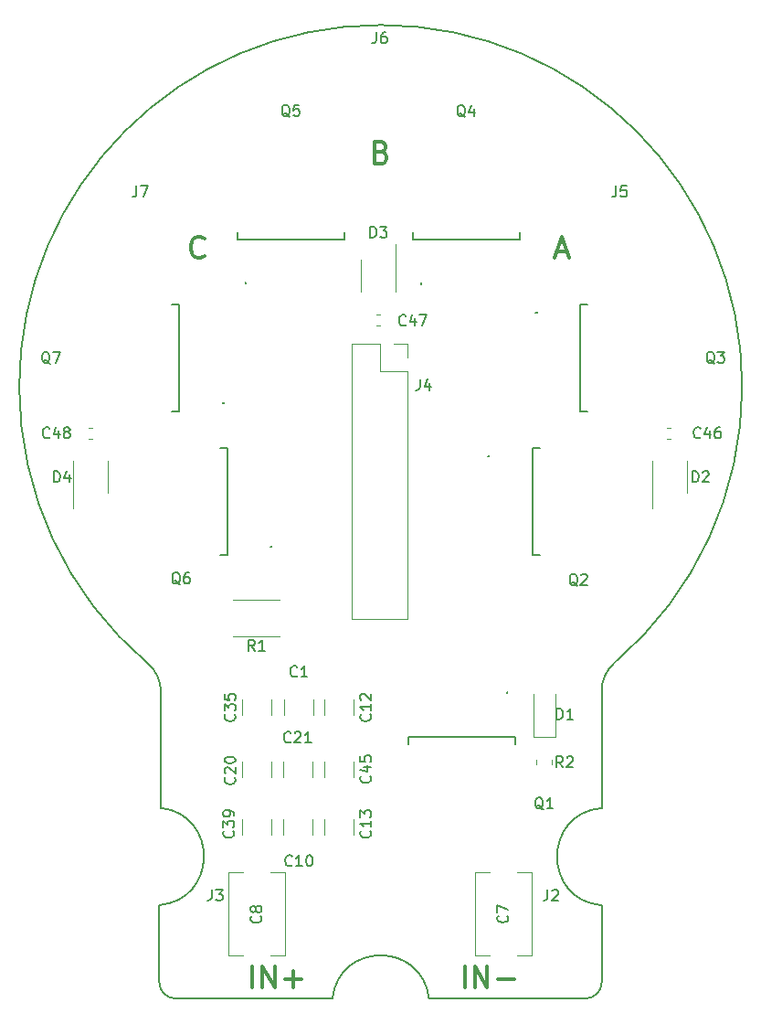
<source format=gbr>
%TF.GenerationSoftware,KiCad,Pcbnew,7.0.1*%
%TF.CreationDate,2023-12-14T23:22:24+03:00*%
%TF.ProjectId,_______ _____,21383b3e-3230-44f2-903f-3b3042302e6b,rev?*%
%TF.SameCoordinates,Original*%
%TF.FileFunction,Legend,Top*%
%TF.FilePolarity,Positive*%
%FSLAX46Y46*%
G04 Gerber Fmt 4.6, Leading zero omitted, Abs format (unit mm)*
G04 Created by KiCad (PCBNEW 7.0.1) date 2023-12-14 23:22:24*
%MOMM*%
%LPD*%
G01*
G04 APERTURE LIST*
%ADD10C,0.150000*%
%ADD11C,0.300000*%
%ADD12C,0.120000*%
%ADD13C,0.200000*%
%TA.AperFunction,Profile*%
%ADD14C,0.200000*%
%TD*%
G04 APERTURE END LIST*
D10*
%TO.C,C12*%
X144884380Y-95770857D02*
X144932000Y-95818476D01*
X144932000Y-95818476D02*
X144979619Y-95961333D01*
X144979619Y-95961333D02*
X144979619Y-96056571D01*
X144979619Y-96056571D02*
X144932000Y-96199428D01*
X144932000Y-96199428D02*
X144836761Y-96294666D01*
X144836761Y-96294666D02*
X144741523Y-96342285D01*
X144741523Y-96342285D02*
X144551047Y-96389904D01*
X144551047Y-96389904D02*
X144408190Y-96389904D01*
X144408190Y-96389904D02*
X144217714Y-96342285D01*
X144217714Y-96342285D02*
X144122476Y-96294666D01*
X144122476Y-96294666D02*
X144027238Y-96199428D01*
X144027238Y-96199428D02*
X143979619Y-96056571D01*
X143979619Y-96056571D02*
X143979619Y-95961333D01*
X143979619Y-95961333D02*
X144027238Y-95818476D01*
X144027238Y-95818476D02*
X144074857Y-95770857D01*
X144979619Y-94818476D02*
X144979619Y-95389904D01*
X144979619Y-95104190D02*
X143979619Y-95104190D01*
X143979619Y-95104190D02*
X144122476Y-95199428D01*
X144122476Y-95199428D02*
X144217714Y-95294666D01*
X144217714Y-95294666D02*
X144265333Y-95389904D01*
X144074857Y-94437523D02*
X144027238Y-94389904D01*
X144027238Y-94389904D02*
X143979619Y-94294666D01*
X143979619Y-94294666D02*
X143979619Y-94056571D01*
X143979619Y-94056571D02*
X144027238Y-93961333D01*
X144027238Y-93961333D02*
X144074857Y-93913714D01*
X144074857Y-93913714D02*
X144170095Y-93866095D01*
X144170095Y-93866095D02*
X144265333Y-93866095D01*
X144265333Y-93866095D02*
X144408190Y-93913714D01*
X144408190Y-93913714D02*
X144979619Y-94485142D01*
X144979619Y-94485142D02*
X144979619Y-93866095D01*
%TO.C,J7*%
X123228666Y-46838619D02*
X123228666Y-47552904D01*
X123228666Y-47552904D02*
X123181047Y-47695761D01*
X123181047Y-47695761D02*
X123085809Y-47791000D01*
X123085809Y-47791000D02*
X122942952Y-47838619D01*
X122942952Y-47838619D02*
X122847714Y-47838619D01*
X123609619Y-46838619D02*
X124276285Y-46838619D01*
X124276285Y-46838619D02*
X123847714Y-47838619D01*
D11*
X129515047Y-53317761D02*
X129419809Y-53413000D01*
X129419809Y-53413000D02*
X129134095Y-53508238D01*
X129134095Y-53508238D02*
X128943619Y-53508238D01*
X128943619Y-53508238D02*
X128657904Y-53413000D01*
X128657904Y-53413000D02*
X128467428Y-53222523D01*
X128467428Y-53222523D02*
X128372190Y-53032047D01*
X128372190Y-53032047D02*
X128276952Y-52651095D01*
X128276952Y-52651095D02*
X128276952Y-52365380D01*
X128276952Y-52365380D02*
X128372190Y-51984428D01*
X128372190Y-51984428D02*
X128467428Y-51793952D01*
X128467428Y-51793952D02*
X128657904Y-51603476D01*
X128657904Y-51603476D02*
X128943619Y-51508238D01*
X128943619Y-51508238D02*
X129134095Y-51508238D01*
X129134095Y-51508238D02*
X129419809Y-51603476D01*
X129419809Y-51603476D02*
X129515047Y-51698714D01*
D10*
%TO.C,J5*%
X167678666Y-46838619D02*
X167678666Y-47552904D01*
X167678666Y-47552904D02*
X167631047Y-47695761D01*
X167631047Y-47695761D02*
X167535809Y-47791000D01*
X167535809Y-47791000D02*
X167392952Y-47838619D01*
X167392952Y-47838619D02*
X167297714Y-47838619D01*
X168631047Y-46838619D02*
X168154857Y-46838619D01*
X168154857Y-46838619D02*
X168107238Y-47314809D01*
X168107238Y-47314809D02*
X168154857Y-47267190D01*
X168154857Y-47267190D02*
X168250095Y-47219571D01*
X168250095Y-47219571D02*
X168488190Y-47219571D01*
X168488190Y-47219571D02*
X168583428Y-47267190D01*
X168583428Y-47267190D02*
X168631047Y-47314809D01*
X168631047Y-47314809D02*
X168678666Y-47410047D01*
X168678666Y-47410047D02*
X168678666Y-47648142D01*
X168678666Y-47648142D02*
X168631047Y-47743380D01*
X168631047Y-47743380D02*
X168583428Y-47791000D01*
X168583428Y-47791000D02*
X168488190Y-47838619D01*
X168488190Y-47838619D02*
X168250095Y-47838619D01*
X168250095Y-47838619D02*
X168154857Y-47791000D01*
X168154857Y-47791000D02*
X168107238Y-47743380D01*
D11*
X162201809Y-52936809D02*
X163154190Y-52936809D01*
X162011333Y-53508238D02*
X162677999Y-51508238D01*
X162677999Y-51508238D02*
X163344666Y-53508238D01*
D10*
%TO.C,C13*%
X144884380Y-106565857D02*
X144932000Y-106613476D01*
X144932000Y-106613476D02*
X144979619Y-106756333D01*
X144979619Y-106756333D02*
X144979619Y-106851571D01*
X144979619Y-106851571D02*
X144932000Y-106994428D01*
X144932000Y-106994428D02*
X144836761Y-107089666D01*
X144836761Y-107089666D02*
X144741523Y-107137285D01*
X144741523Y-107137285D02*
X144551047Y-107184904D01*
X144551047Y-107184904D02*
X144408190Y-107184904D01*
X144408190Y-107184904D02*
X144217714Y-107137285D01*
X144217714Y-107137285D02*
X144122476Y-107089666D01*
X144122476Y-107089666D02*
X144027238Y-106994428D01*
X144027238Y-106994428D02*
X143979619Y-106851571D01*
X143979619Y-106851571D02*
X143979619Y-106756333D01*
X143979619Y-106756333D02*
X144027238Y-106613476D01*
X144027238Y-106613476D02*
X144074857Y-106565857D01*
X144979619Y-105613476D02*
X144979619Y-106184904D01*
X144979619Y-105899190D02*
X143979619Y-105899190D01*
X143979619Y-105899190D02*
X144122476Y-105994428D01*
X144122476Y-105994428D02*
X144217714Y-106089666D01*
X144217714Y-106089666D02*
X144265333Y-106184904D01*
X143979619Y-105280142D02*
X143979619Y-104661095D01*
X143979619Y-104661095D02*
X144360571Y-104994428D01*
X144360571Y-104994428D02*
X144360571Y-104851571D01*
X144360571Y-104851571D02*
X144408190Y-104756333D01*
X144408190Y-104756333D02*
X144455809Y-104708714D01*
X144455809Y-104708714D02*
X144551047Y-104661095D01*
X144551047Y-104661095D02*
X144789142Y-104661095D01*
X144789142Y-104661095D02*
X144884380Y-104708714D01*
X144884380Y-104708714D02*
X144932000Y-104756333D01*
X144932000Y-104756333D02*
X144979619Y-104851571D01*
X144979619Y-104851571D02*
X144979619Y-105137285D01*
X144979619Y-105137285D02*
X144932000Y-105232523D01*
X144932000Y-105232523D02*
X144884380Y-105280142D01*
%TO.C,Q7*%
X115211761Y-63300857D02*
X115116523Y-63253238D01*
X115116523Y-63253238D02*
X115021285Y-63158000D01*
X115021285Y-63158000D02*
X114878428Y-63015142D01*
X114878428Y-63015142D02*
X114783190Y-62967523D01*
X114783190Y-62967523D02*
X114687952Y-62967523D01*
X114735571Y-63205619D02*
X114640333Y-63158000D01*
X114640333Y-63158000D02*
X114545095Y-63062761D01*
X114545095Y-63062761D02*
X114497476Y-62872285D01*
X114497476Y-62872285D02*
X114497476Y-62538952D01*
X114497476Y-62538952D02*
X114545095Y-62348476D01*
X114545095Y-62348476D02*
X114640333Y-62253238D01*
X114640333Y-62253238D02*
X114735571Y-62205619D01*
X114735571Y-62205619D02*
X114926047Y-62205619D01*
X114926047Y-62205619D02*
X115021285Y-62253238D01*
X115021285Y-62253238D02*
X115116523Y-62348476D01*
X115116523Y-62348476D02*
X115164142Y-62538952D01*
X115164142Y-62538952D02*
X115164142Y-62872285D01*
X115164142Y-62872285D02*
X115116523Y-63062761D01*
X115116523Y-63062761D02*
X115021285Y-63158000D01*
X115021285Y-63158000D02*
X114926047Y-63205619D01*
X114926047Y-63205619D02*
X114735571Y-63205619D01*
X115497476Y-62205619D02*
X116164142Y-62205619D01*
X116164142Y-62205619D02*
X115735571Y-63205619D01*
%TO.C,C47*%
X148192142Y-59681380D02*
X148144523Y-59729000D01*
X148144523Y-59729000D02*
X148001666Y-59776619D01*
X148001666Y-59776619D02*
X147906428Y-59776619D01*
X147906428Y-59776619D02*
X147763571Y-59729000D01*
X147763571Y-59729000D02*
X147668333Y-59633761D01*
X147668333Y-59633761D02*
X147620714Y-59538523D01*
X147620714Y-59538523D02*
X147573095Y-59348047D01*
X147573095Y-59348047D02*
X147573095Y-59205190D01*
X147573095Y-59205190D02*
X147620714Y-59014714D01*
X147620714Y-59014714D02*
X147668333Y-58919476D01*
X147668333Y-58919476D02*
X147763571Y-58824238D01*
X147763571Y-58824238D02*
X147906428Y-58776619D01*
X147906428Y-58776619D02*
X148001666Y-58776619D01*
X148001666Y-58776619D02*
X148144523Y-58824238D01*
X148144523Y-58824238D02*
X148192142Y-58871857D01*
X149049285Y-59109952D02*
X149049285Y-59776619D01*
X148811190Y-58729000D02*
X148573095Y-59443285D01*
X148573095Y-59443285D02*
X149192142Y-59443285D01*
X149477857Y-58776619D02*
X150144523Y-58776619D01*
X150144523Y-58776619D02*
X149715952Y-59776619D01*
%TO.C,C10*%
X137651142Y-109719380D02*
X137603523Y-109767000D01*
X137603523Y-109767000D02*
X137460666Y-109814619D01*
X137460666Y-109814619D02*
X137365428Y-109814619D01*
X137365428Y-109814619D02*
X137222571Y-109767000D01*
X137222571Y-109767000D02*
X137127333Y-109671761D01*
X137127333Y-109671761D02*
X137079714Y-109576523D01*
X137079714Y-109576523D02*
X137032095Y-109386047D01*
X137032095Y-109386047D02*
X137032095Y-109243190D01*
X137032095Y-109243190D02*
X137079714Y-109052714D01*
X137079714Y-109052714D02*
X137127333Y-108957476D01*
X137127333Y-108957476D02*
X137222571Y-108862238D01*
X137222571Y-108862238D02*
X137365428Y-108814619D01*
X137365428Y-108814619D02*
X137460666Y-108814619D01*
X137460666Y-108814619D02*
X137603523Y-108862238D01*
X137603523Y-108862238D02*
X137651142Y-108909857D01*
X138603523Y-109814619D02*
X138032095Y-109814619D01*
X138317809Y-109814619D02*
X138317809Y-108814619D01*
X138317809Y-108814619D02*
X138222571Y-108957476D01*
X138222571Y-108957476D02*
X138127333Y-109052714D01*
X138127333Y-109052714D02*
X138032095Y-109100333D01*
X139222571Y-108814619D02*
X139317809Y-108814619D01*
X139317809Y-108814619D02*
X139413047Y-108862238D01*
X139413047Y-108862238D02*
X139460666Y-108909857D01*
X139460666Y-108909857D02*
X139508285Y-109005095D01*
X139508285Y-109005095D02*
X139555904Y-109195571D01*
X139555904Y-109195571D02*
X139555904Y-109433666D01*
X139555904Y-109433666D02*
X139508285Y-109624142D01*
X139508285Y-109624142D02*
X139460666Y-109719380D01*
X139460666Y-109719380D02*
X139413047Y-109767000D01*
X139413047Y-109767000D02*
X139317809Y-109814619D01*
X139317809Y-109814619D02*
X139222571Y-109814619D01*
X139222571Y-109814619D02*
X139127333Y-109767000D01*
X139127333Y-109767000D02*
X139079714Y-109719380D01*
X139079714Y-109719380D02*
X139032095Y-109624142D01*
X139032095Y-109624142D02*
X138984476Y-109433666D01*
X138984476Y-109433666D02*
X138984476Y-109195571D01*
X138984476Y-109195571D02*
X139032095Y-109005095D01*
X139032095Y-109005095D02*
X139079714Y-108909857D01*
X139079714Y-108909857D02*
X139127333Y-108862238D01*
X139127333Y-108862238D02*
X139222571Y-108814619D01*
%TO.C,J3*%
X130213666Y-112005619D02*
X130213666Y-112719904D01*
X130213666Y-112719904D02*
X130166047Y-112862761D01*
X130166047Y-112862761D02*
X130070809Y-112958000D01*
X130070809Y-112958000D02*
X129927952Y-113005619D01*
X129927952Y-113005619D02*
X129832714Y-113005619D01*
X130594619Y-112005619D02*
X131213666Y-112005619D01*
X131213666Y-112005619D02*
X130880333Y-112386571D01*
X130880333Y-112386571D02*
X131023190Y-112386571D01*
X131023190Y-112386571D02*
X131118428Y-112434190D01*
X131118428Y-112434190D02*
X131166047Y-112481809D01*
X131166047Y-112481809D02*
X131213666Y-112577047D01*
X131213666Y-112577047D02*
X131213666Y-112815142D01*
X131213666Y-112815142D02*
X131166047Y-112910380D01*
X131166047Y-112910380D02*
X131118428Y-112958000D01*
X131118428Y-112958000D02*
X131023190Y-113005619D01*
X131023190Y-113005619D02*
X130737476Y-113005619D01*
X130737476Y-113005619D02*
X130642238Y-112958000D01*
X130642238Y-112958000D02*
X130594619Y-112910380D01*
D11*
X133976286Y-121088238D02*
X133976286Y-119088238D01*
X134928667Y-121088238D02*
X134928667Y-119088238D01*
X134928667Y-119088238D02*
X136071524Y-121088238D01*
X136071524Y-121088238D02*
X136071524Y-119088238D01*
X137023905Y-120326333D02*
X138547715Y-120326333D01*
X137785810Y-121088238D02*
X137785810Y-119564428D01*
D10*
%TO.C,Q1*%
X160931761Y-104575857D02*
X160836523Y-104528238D01*
X160836523Y-104528238D02*
X160741285Y-104433000D01*
X160741285Y-104433000D02*
X160598428Y-104290142D01*
X160598428Y-104290142D02*
X160503190Y-104242523D01*
X160503190Y-104242523D02*
X160407952Y-104242523D01*
X160455571Y-104480619D02*
X160360333Y-104433000D01*
X160360333Y-104433000D02*
X160265095Y-104337761D01*
X160265095Y-104337761D02*
X160217476Y-104147285D01*
X160217476Y-104147285D02*
X160217476Y-103813952D01*
X160217476Y-103813952D02*
X160265095Y-103623476D01*
X160265095Y-103623476D02*
X160360333Y-103528238D01*
X160360333Y-103528238D02*
X160455571Y-103480619D01*
X160455571Y-103480619D02*
X160646047Y-103480619D01*
X160646047Y-103480619D02*
X160741285Y-103528238D01*
X160741285Y-103528238D02*
X160836523Y-103623476D01*
X160836523Y-103623476D02*
X160884142Y-103813952D01*
X160884142Y-103813952D02*
X160884142Y-104147285D01*
X160884142Y-104147285D02*
X160836523Y-104337761D01*
X160836523Y-104337761D02*
X160741285Y-104433000D01*
X160741285Y-104433000D02*
X160646047Y-104480619D01*
X160646047Y-104480619D02*
X160455571Y-104480619D01*
X161836523Y-104480619D02*
X161265095Y-104480619D01*
X161550809Y-104480619D02*
X161550809Y-103480619D01*
X161550809Y-103480619D02*
X161455571Y-103623476D01*
X161455571Y-103623476D02*
X161360333Y-103718714D01*
X161360333Y-103718714D02*
X161265095Y-103766333D01*
%TO.C,D2*%
X174766905Y-74254619D02*
X174766905Y-73254619D01*
X174766905Y-73254619D02*
X175005000Y-73254619D01*
X175005000Y-73254619D02*
X175147857Y-73302238D01*
X175147857Y-73302238D02*
X175243095Y-73397476D01*
X175243095Y-73397476D02*
X175290714Y-73492714D01*
X175290714Y-73492714D02*
X175338333Y-73683190D01*
X175338333Y-73683190D02*
X175338333Y-73826047D01*
X175338333Y-73826047D02*
X175290714Y-74016523D01*
X175290714Y-74016523D02*
X175243095Y-74111761D01*
X175243095Y-74111761D02*
X175147857Y-74207000D01*
X175147857Y-74207000D02*
X175005000Y-74254619D01*
X175005000Y-74254619D02*
X174766905Y-74254619D01*
X175719286Y-73349857D02*
X175766905Y-73302238D01*
X175766905Y-73302238D02*
X175862143Y-73254619D01*
X175862143Y-73254619D02*
X176100238Y-73254619D01*
X176100238Y-73254619D02*
X176195476Y-73302238D01*
X176195476Y-73302238D02*
X176243095Y-73349857D01*
X176243095Y-73349857D02*
X176290714Y-73445095D01*
X176290714Y-73445095D02*
X176290714Y-73540333D01*
X176290714Y-73540333D02*
X176243095Y-73683190D01*
X176243095Y-73683190D02*
X175671667Y-74254619D01*
X175671667Y-74254619D02*
X176290714Y-74254619D01*
%TO.C,C35*%
X132311380Y-95770857D02*
X132359000Y-95818476D01*
X132359000Y-95818476D02*
X132406619Y-95961333D01*
X132406619Y-95961333D02*
X132406619Y-96056571D01*
X132406619Y-96056571D02*
X132359000Y-96199428D01*
X132359000Y-96199428D02*
X132263761Y-96294666D01*
X132263761Y-96294666D02*
X132168523Y-96342285D01*
X132168523Y-96342285D02*
X131978047Y-96389904D01*
X131978047Y-96389904D02*
X131835190Y-96389904D01*
X131835190Y-96389904D02*
X131644714Y-96342285D01*
X131644714Y-96342285D02*
X131549476Y-96294666D01*
X131549476Y-96294666D02*
X131454238Y-96199428D01*
X131454238Y-96199428D02*
X131406619Y-96056571D01*
X131406619Y-96056571D02*
X131406619Y-95961333D01*
X131406619Y-95961333D02*
X131454238Y-95818476D01*
X131454238Y-95818476D02*
X131501857Y-95770857D01*
X131406619Y-95437523D02*
X131406619Y-94818476D01*
X131406619Y-94818476D02*
X131787571Y-95151809D01*
X131787571Y-95151809D02*
X131787571Y-95008952D01*
X131787571Y-95008952D02*
X131835190Y-94913714D01*
X131835190Y-94913714D02*
X131882809Y-94866095D01*
X131882809Y-94866095D02*
X131978047Y-94818476D01*
X131978047Y-94818476D02*
X132216142Y-94818476D01*
X132216142Y-94818476D02*
X132311380Y-94866095D01*
X132311380Y-94866095D02*
X132359000Y-94913714D01*
X132359000Y-94913714D02*
X132406619Y-95008952D01*
X132406619Y-95008952D02*
X132406619Y-95294666D01*
X132406619Y-95294666D02*
X132359000Y-95389904D01*
X132359000Y-95389904D02*
X132311380Y-95437523D01*
X131406619Y-93913714D02*
X131406619Y-94389904D01*
X131406619Y-94389904D02*
X131882809Y-94437523D01*
X131882809Y-94437523D02*
X131835190Y-94389904D01*
X131835190Y-94389904D02*
X131787571Y-94294666D01*
X131787571Y-94294666D02*
X131787571Y-94056571D01*
X131787571Y-94056571D02*
X131835190Y-93961333D01*
X131835190Y-93961333D02*
X131882809Y-93913714D01*
X131882809Y-93913714D02*
X131978047Y-93866095D01*
X131978047Y-93866095D02*
X132216142Y-93866095D01*
X132216142Y-93866095D02*
X132311380Y-93913714D01*
X132311380Y-93913714D02*
X132359000Y-93961333D01*
X132359000Y-93961333D02*
X132406619Y-94056571D01*
X132406619Y-94056571D02*
X132406619Y-94294666D01*
X132406619Y-94294666D02*
X132359000Y-94389904D01*
X132359000Y-94389904D02*
X132311380Y-94437523D01*
%TO.C,J4*%
X149517666Y-64745619D02*
X149517666Y-65459904D01*
X149517666Y-65459904D02*
X149470047Y-65602761D01*
X149470047Y-65602761D02*
X149374809Y-65698000D01*
X149374809Y-65698000D02*
X149231952Y-65745619D01*
X149231952Y-65745619D02*
X149136714Y-65745619D01*
X150422428Y-65078952D02*
X150422428Y-65745619D01*
X150184333Y-64698000D02*
X149946238Y-65412285D01*
X149946238Y-65412285D02*
X150565285Y-65412285D01*
%TO.C,J6*%
X145453666Y-32614619D02*
X145453666Y-33328904D01*
X145453666Y-33328904D02*
X145406047Y-33471761D01*
X145406047Y-33471761D02*
X145310809Y-33567000D01*
X145310809Y-33567000D02*
X145167952Y-33614619D01*
X145167952Y-33614619D02*
X145072714Y-33614619D01*
X146358428Y-32614619D02*
X146167952Y-32614619D01*
X146167952Y-32614619D02*
X146072714Y-32662238D01*
X146072714Y-32662238D02*
X146025095Y-32709857D01*
X146025095Y-32709857D02*
X145929857Y-32852714D01*
X145929857Y-32852714D02*
X145882238Y-33043190D01*
X145882238Y-33043190D02*
X145882238Y-33424142D01*
X145882238Y-33424142D02*
X145929857Y-33519380D01*
X145929857Y-33519380D02*
X145977476Y-33567000D01*
X145977476Y-33567000D02*
X146072714Y-33614619D01*
X146072714Y-33614619D02*
X146263190Y-33614619D01*
X146263190Y-33614619D02*
X146358428Y-33567000D01*
X146358428Y-33567000D02*
X146406047Y-33519380D01*
X146406047Y-33519380D02*
X146453666Y-33424142D01*
X146453666Y-33424142D02*
X146453666Y-33186047D01*
X146453666Y-33186047D02*
X146406047Y-33090809D01*
X146406047Y-33090809D02*
X146358428Y-33043190D01*
X146358428Y-33043190D02*
X146263190Y-32995571D01*
X146263190Y-32995571D02*
X146072714Y-32995571D01*
X146072714Y-32995571D02*
X145977476Y-33043190D01*
X145977476Y-33043190D02*
X145929857Y-33090809D01*
X145929857Y-33090809D02*
X145882238Y-33186047D01*
D11*
X145929857Y-43697619D02*
X146215571Y-43792857D01*
X146215571Y-43792857D02*
X146310809Y-43888095D01*
X146310809Y-43888095D02*
X146406047Y-44078571D01*
X146406047Y-44078571D02*
X146406047Y-44364285D01*
X146406047Y-44364285D02*
X146310809Y-44554761D01*
X146310809Y-44554761D02*
X146215571Y-44650000D01*
X146215571Y-44650000D02*
X146025095Y-44745238D01*
X146025095Y-44745238D02*
X145263190Y-44745238D01*
X145263190Y-44745238D02*
X145263190Y-42745238D01*
X145263190Y-42745238D02*
X145929857Y-42745238D01*
X145929857Y-42745238D02*
X146120333Y-42840476D01*
X146120333Y-42840476D02*
X146215571Y-42935714D01*
X146215571Y-42935714D02*
X146310809Y-43126190D01*
X146310809Y-43126190D02*
X146310809Y-43316666D01*
X146310809Y-43316666D02*
X146215571Y-43507142D01*
X146215571Y-43507142D02*
X146120333Y-43602380D01*
X146120333Y-43602380D02*
X145929857Y-43697619D01*
X145929857Y-43697619D02*
X145263190Y-43697619D01*
D10*
%TO.C,Q6*%
X127276761Y-83747857D02*
X127181523Y-83700238D01*
X127181523Y-83700238D02*
X127086285Y-83605000D01*
X127086285Y-83605000D02*
X126943428Y-83462142D01*
X126943428Y-83462142D02*
X126848190Y-83414523D01*
X126848190Y-83414523D02*
X126752952Y-83414523D01*
X126800571Y-83652619D02*
X126705333Y-83605000D01*
X126705333Y-83605000D02*
X126610095Y-83509761D01*
X126610095Y-83509761D02*
X126562476Y-83319285D01*
X126562476Y-83319285D02*
X126562476Y-82985952D01*
X126562476Y-82985952D02*
X126610095Y-82795476D01*
X126610095Y-82795476D02*
X126705333Y-82700238D01*
X126705333Y-82700238D02*
X126800571Y-82652619D01*
X126800571Y-82652619D02*
X126991047Y-82652619D01*
X126991047Y-82652619D02*
X127086285Y-82700238D01*
X127086285Y-82700238D02*
X127181523Y-82795476D01*
X127181523Y-82795476D02*
X127229142Y-82985952D01*
X127229142Y-82985952D02*
X127229142Y-83319285D01*
X127229142Y-83319285D02*
X127181523Y-83509761D01*
X127181523Y-83509761D02*
X127086285Y-83605000D01*
X127086285Y-83605000D02*
X126991047Y-83652619D01*
X126991047Y-83652619D02*
X126800571Y-83652619D01*
X128086285Y-82652619D02*
X127895809Y-82652619D01*
X127895809Y-82652619D02*
X127800571Y-82700238D01*
X127800571Y-82700238D02*
X127752952Y-82747857D01*
X127752952Y-82747857D02*
X127657714Y-82890714D01*
X127657714Y-82890714D02*
X127610095Y-83081190D01*
X127610095Y-83081190D02*
X127610095Y-83462142D01*
X127610095Y-83462142D02*
X127657714Y-83557380D01*
X127657714Y-83557380D02*
X127705333Y-83605000D01*
X127705333Y-83605000D02*
X127800571Y-83652619D01*
X127800571Y-83652619D02*
X127991047Y-83652619D01*
X127991047Y-83652619D02*
X128086285Y-83605000D01*
X128086285Y-83605000D02*
X128133904Y-83557380D01*
X128133904Y-83557380D02*
X128181523Y-83462142D01*
X128181523Y-83462142D02*
X128181523Y-83224047D01*
X128181523Y-83224047D02*
X128133904Y-83128809D01*
X128133904Y-83128809D02*
X128086285Y-83081190D01*
X128086285Y-83081190D02*
X127991047Y-83033571D01*
X127991047Y-83033571D02*
X127800571Y-83033571D01*
X127800571Y-83033571D02*
X127705333Y-83081190D01*
X127705333Y-83081190D02*
X127657714Y-83128809D01*
X127657714Y-83128809D02*
X127610095Y-83224047D01*
%TO.C,C7*%
X157593380Y-114414666D02*
X157641000Y-114462285D01*
X157641000Y-114462285D02*
X157688619Y-114605142D01*
X157688619Y-114605142D02*
X157688619Y-114700380D01*
X157688619Y-114700380D02*
X157641000Y-114843237D01*
X157641000Y-114843237D02*
X157545761Y-114938475D01*
X157545761Y-114938475D02*
X157450523Y-114986094D01*
X157450523Y-114986094D02*
X157260047Y-115033713D01*
X157260047Y-115033713D02*
X157117190Y-115033713D01*
X157117190Y-115033713D02*
X156926714Y-114986094D01*
X156926714Y-114986094D02*
X156831476Y-114938475D01*
X156831476Y-114938475D02*
X156736238Y-114843237D01*
X156736238Y-114843237D02*
X156688619Y-114700380D01*
X156688619Y-114700380D02*
X156688619Y-114605142D01*
X156688619Y-114605142D02*
X156736238Y-114462285D01*
X156736238Y-114462285D02*
X156783857Y-114414666D01*
X156688619Y-114081332D02*
X156688619Y-113414666D01*
X156688619Y-113414666D02*
X157688619Y-113843237D01*
%TO.C,D3*%
X144921905Y-51602119D02*
X144921905Y-50602119D01*
X144921905Y-50602119D02*
X145160000Y-50602119D01*
X145160000Y-50602119D02*
X145302857Y-50649738D01*
X145302857Y-50649738D02*
X145398095Y-50744976D01*
X145398095Y-50744976D02*
X145445714Y-50840214D01*
X145445714Y-50840214D02*
X145493333Y-51030690D01*
X145493333Y-51030690D02*
X145493333Y-51173547D01*
X145493333Y-51173547D02*
X145445714Y-51364023D01*
X145445714Y-51364023D02*
X145398095Y-51459261D01*
X145398095Y-51459261D02*
X145302857Y-51554500D01*
X145302857Y-51554500D02*
X145160000Y-51602119D01*
X145160000Y-51602119D02*
X144921905Y-51602119D01*
X145826667Y-50602119D02*
X146445714Y-50602119D01*
X146445714Y-50602119D02*
X146112381Y-50983071D01*
X146112381Y-50983071D02*
X146255238Y-50983071D01*
X146255238Y-50983071D02*
X146350476Y-51030690D01*
X146350476Y-51030690D02*
X146398095Y-51078309D01*
X146398095Y-51078309D02*
X146445714Y-51173547D01*
X146445714Y-51173547D02*
X146445714Y-51411642D01*
X146445714Y-51411642D02*
X146398095Y-51506880D01*
X146398095Y-51506880D02*
X146350476Y-51554500D01*
X146350476Y-51554500D02*
X146255238Y-51602119D01*
X146255238Y-51602119D02*
X145969524Y-51602119D01*
X145969524Y-51602119D02*
X145874286Y-51554500D01*
X145874286Y-51554500D02*
X145826667Y-51506880D01*
%TO.C,C21*%
X137524142Y-98289380D02*
X137476523Y-98337000D01*
X137476523Y-98337000D02*
X137333666Y-98384619D01*
X137333666Y-98384619D02*
X137238428Y-98384619D01*
X137238428Y-98384619D02*
X137095571Y-98337000D01*
X137095571Y-98337000D02*
X137000333Y-98241761D01*
X137000333Y-98241761D02*
X136952714Y-98146523D01*
X136952714Y-98146523D02*
X136905095Y-97956047D01*
X136905095Y-97956047D02*
X136905095Y-97813190D01*
X136905095Y-97813190D02*
X136952714Y-97622714D01*
X136952714Y-97622714D02*
X137000333Y-97527476D01*
X137000333Y-97527476D02*
X137095571Y-97432238D01*
X137095571Y-97432238D02*
X137238428Y-97384619D01*
X137238428Y-97384619D02*
X137333666Y-97384619D01*
X137333666Y-97384619D02*
X137476523Y-97432238D01*
X137476523Y-97432238D02*
X137524142Y-97479857D01*
X137905095Y-97479857D02*
X137952714Y-97432238D01*
X137952714Y-97432238D02*
X138047952Y-97384619D01*
X138047952Y-97384619D02*
X138286047Y-97384619D01*
X138286047Y-97384619D02*
X138381285Y-97432238D01*
X138381285Y-97432238D02*
X138428904Y-97479857D01*
X138428904Y-97479857D02*
X138476523Y-97575095D01*
X138476523Y-97575095D02*
X138476523Y-97670333D01*
X138476523Y-97670333D02*
X138428904Y-97813190D01*
X138428904Y-97813190D02*
X137857476Y-98384619D01*
X137857476Y-98384619D02*
X138476523Y-98384619D01*
X139428904Y-98384619D02*
X138857476Y-98384619D01*
X139143190Y-98384619D02*
X139143190Y-97384619D01*
X139143190Y-97384619D02*
X139047952Y-97527476D01*
X139047952Y-97527476D02*
X138952714Y-97622714D01*
X138952714Y-97622714D02*
X138857476Y-97670333D01*
%TO.C,C48*%
X115172142Y-70095380D02*
X115124523Y-70143000D01*
X115124523Y-70143000D02*
X114981666Y-70190619D01*
X114981666Y-70190619D02*
X114886428Y-70190619D01*
X114886428Y-70190619D02*
X114743571Y-70143000D01*
X114743571Y-70143000D02*
X114648333Y-70047761D01*
X114648333Y-70047761D02*
X114600714Y-69952523D01*
X114600714Y-69952523D02*
X114553095Y-69762047D01*
X114553095Y-69762047D02*
X114553095Y-69619190D01*
X114553095Y-69619190D02*
X114600714Y-69428714D01*
X114600714Y-69428714D02*
X114648333Y-69333476D01*
X114648333Y-69333476D02*
X114743571Y-69238238D01*
X114743571Y-69238238D02*
X114886428Y-69190619D01*
X114886428Y-69190619D02*
X114981666Y-69190619D01*
X114981666Y-69190619D02*
X115124523Y-69238238D01*
X115124523Y-69238238D02*
X115172142Y-69285857D01*
X116029285Y-69523952D02*
X116029285Y-70190619D01*
X115791190Y-69143000D02*
X115553095Y-69857285D01*
X115553095Y-69857285D02*
X116172142Y-69857285D01*
X116695952Y-69619190D02*
X116600714Y-69571571D01*
X116600714Y-69571571D02*
X116553095Y-69523952D01*
X116553095Y-69523952D02*
X116505476Y-69428714D01*
X116505476Y-69428714D02*
X116505476Y-69381095D01*
X116505476Y-69381095D02*
X116553095Y-69285857D01*
X116553095Y-69285857D02*
X116600714Y-69238238D01*
X116600714Y-69238238D02*
X116695952Y-69190619D01*
X116695952Y-69190619D02*
X116886428Y-69190619D01*
X116886428Y-69190619D02*
X116981666Y-69238238D01*
X116981666Y-69238238D02*
X117029285Y-69285857D01*
X117029285Y-69285857D02*
X117076904Y-69381095D01*
X117076904Y-69381095D02*
X117076904Y-69428714D01*
X117076904Y-69428714D02*
X117029285Y-69523952D01*
X117029285Y-69523952D02*
X116981666Y-69571571D01*
X116981666Y-69571571D02*
X116886428Y-69619190D01*
X116886428Y-69619190D02*
X116695952Y-69619190D01*
X116695952Y-69619190D02*
X116600714Y-69666809D01*
X116600714Y-69666809D02*
X116553095Y-69714428D01*
X116553095Y-69714428D02*
X116505476Y-69809666D01*
X116505476Y-69809666D02*
X116505476Y-70000142D01*
X116505476Y-70000142D02*
X116553095Y-70095380D01*
X116553095Y-70095380D02*
X116600714Y-70143000D01*
X116600714Y-70143000D02*
X116695952Y-70190619D01*
X116695952Y-70190619D02*
X116886428Y-70190619D01*
X116886428Y-70190619D02*
X116981666Y-70143000D01*
X116981666Y-70143000D02*
X117029285Y-70095380D01*
X117029285Y-70095380D02*
X117076904Y-70000142D01*
X117076904Y-70000142D02*
X117076904Y-69809666D01*
X117076904Y-69809666D02*
X117029285Y-69714428D01*
X117029285Y-69714428D02*
X116981666Y-69666809D01*
X116981666Y-69666809D02*
X116886428Y-69619190D01*
%TO.C,J2*%
X161328666Y-112005619D02*
X161328666Y-112719904D01*
X161328666Y-112719904D02*
X161281047Y-112862761D01*
X161281047Y-112862761D02*
X161185809Y-112958000D01*
X161185809Y-112958000D02*
X161042952Y-113005619D01*
X161042952Y-113005619D02*
X160947714Y-113005619D01*
X161757238Y-112100857D02*
X161804857Y-112053238D01*
X161804857Y-112053238D02*
X161900095Y-112005619D01*
X161900095Y-112005619D02*
X162138190Y-112005619D01*
X162138190Y-112005619D02*
X162233428Y-112053238D01*
X162233428Y-112053238D02*
X162281047Y-112100857D01*
X162281047Y-112100857D02*
X162328666Y-112196095D01*
X162328666Y-112196095D02*
X162328666Y-112291333D01*
X162328666Y-112291333D02*
X162281047Y-112434190D01*
X162281047Y-112434190D02*
X161709619Y-113005619D01*
X161709619Y-113005619D02*
X162328666Y-113005619D01*
D11*
X153661286Y-121088238D02*
X153661286Y-119088238D01*
X154613667Y-121088238D02*
X154613667Y-119088238D01*
X154613667Y-119088238D02*
X155756524Y-121088238D01*
X155756524Y-121088238D02*
X155756524Y-119088238D01*
X156708905Y-120326333D02*
X158232715Y-120326333D01*
D10*
%TO.C,C39*%
X132184380Y-106565857D02*
X132232000Y-106613476D01*
X132232000Y-106613476D02*
X132279619Y-106756333D01*
X132279619Y-106756333D02*
X132279619Y-106851571D01*
X132279619Y-106851571D02*
X132232000Y-106994428D01*
X132232000Y-106994428D02*
X132136761Y-107089666D01*
X132136761Y-107089666D02*
X132041523Y-107137285D01*
X132041523Y-107137285D02*
X131851047Y-107184904D01*
X131851047Y-107184904D02*
X131708190Y-107184904D01*
X131708190Y-107184904D02*
X131517714Y-107137285D01*
X131517714Y-107137285D02*
X131422476Y-107089666D01*
X131422476Y-107089666D02*
X131327238Y-106994428D01*
X131327238Y-106994428D02*
X131279619Y-106851571D01*
X131279619Y-106851571D02*
X131279619Y-106756333D01*
X131279619Y-106756333D02*
X131327238Y-106613476D01*
X131327238Y-106613476D02*
X131374857Y-106565857D01*
X131279619Y-106232523D02*
X131279619Y-105613476D01*
X131279619Y-105613476D02*
X131660571Y-105946809D01*
X131660571Y-105946809D02*
X131660571Y-105803952D01*
X131660571Y-105803952D02*
X131708190Y-105708714D01*
X131708190Y-105708714D02*
X131755809Y-105661095D01*
X131755809Y-105661095D02*
X131851047Y-105613476D01*
X131851047Y-105613476D02*
X132089142Y-105613476D01*
X132089142Y-105613476D02*
X132184380Y-105661095D01*
X132184380Y-105661095D02*
X132232000Y-105708714D01*
X132232000Y-105708714D02*
X132279619Y-105803952D01*
X132279619Y-105803952D02*
X132279619Y-106089666D01*
X132279619Y-106089666D02*
X132232000Y-106184904D01*
X132232000Y-106184904D02*
X132184380Y-106232523D01*
X132279619Y-105137285D02*
X132279619Y-104946809D01*
X132279619Y-104946809D02*
X132232000Y-104851571D01*
X132232000Y-104851571D02*
X132184380Y-104803952D01*
X132184380Y-104803952D02*
X132041523Y-104708714D01*
X132041523Y-104708714D02*
X131851047Y-104661095D01*
X131851047Y-104661095D02*
X131470095Y-104661095D01*
X131470095Y-104661095D02*
X131374857Y-104708714D01*
X131374857Y-104708714D02*
X131327238Y-104756333D01*
X131327238Y-104756333D02*
X131279619Y-104851571D01*
X131279619Y-104851571D02*
X131279619Y-105042047D01*
X131279619Y-105042047D02*
X131327238Y-105137285D01*
X131327238Y-105137285D02*
X131374857Y-105184904D01*
X131374857Y-105184904D02*
X131470095Y-105232523D01*
X131470095Y-105232523D02*
X131708190Y-105232523D01*
X131708190Y-105232523D02*
X131803428Y-105184904D01*
X131803428Y-105184904D02*
X131851047Y-105137285D01*
X131851047Y-105137285D02*
X131898666Y-105042047D01*
X131898666Y-105042047D02*
X131898666Y-104851571D01*
X131898666Y-104851571D02*
X131851047Y-104756333D01*
X131851047Y-104756333D02*
X131803428Y-104708714D01*
X131803428Y-104708714D02*
X131708190Y-104661095D01*
%TO.C,R1*%
X134190333Y-89875619D02*
X133857000Y-89399428D01*
X133618905Y-89875619D02*
X133618905Y-88875619D01*
X133618905Y-88875619D02*
X133999857Y-88875619D01*
X133999857Y-88875619D02*
X134095095Y-88923238D01*
X134095095Y-88923238D02*
X134142714Y-88970857D01*
X134142714Y-88970857D02*
X134190333Y-89066095D01*
X134190333Y-89066095D02*
X134190333Y-89208952D01*
X134190333Y-89208952D02*
X134142714Y-89304190D01*
X134142714Y-89304190D02*
X134095095Y-89351809D01*
X134095095Y-89351809D02*
X133999857Y-89399428D01*
X133999857Y-89399428D02*
X133618905Y-89399428D01*
X135142714Y-89875619D02*
X134571286Y-89875619D01*
X134857000Y-89875619D02*
X134857000Y-88875619D01*
X134857000Y-88875619D02*
X134761762Y-89018476D01*
X134761762Y-89018476D02*
X134666524Y-89113714D01*
X134666524Y-89113714D02*
X134571286Y-89161333D01*
%TO.C,Q5*%
X137436761Y-40440857D02*
X137341523Y-40393238D01*
X137341523Y-40393238D02*
X137246285Y-40298000D01*
X137246285Y-40298000D02*
X137103428Y-40155142D01*
X137103428Y-40155142D02*
X137008190Y-40107523D01*
X137008190Y-40107523D02*
X136912952Y-40107523D01*
X136960571Y-40345619D02*
X136865333Y-40298000D01*
X136865333Y-40298000D02*
X136770095Y-40202761D01*
X136770095Y-40202761D02*
X136722476Y-40012285D01*
X136722476Y-40012285D02*
X136722476Y-39678952D01*
X136722476Y-39678952D02*
X136770095Y-39488476D01*
X136770095Y-39488476D02*
X136865333Y-39393238D01*
X136865333Y-39393238D02*
X136960571Y-39345619D01*
X136960571Y-39345619D02*
X137151047Y-39345619D01*
X137151047Y-39345619D02*
X137246285Y-39393238D01*
X137246285Y-39393238D02*
X137341523Y-39488476D01*
X137341523Y-39488476D02*
X137389142Y-39678952D01*
X137389142Y-39678952D02*
X137389142Y-40012285D01*
X137389142Y-40012285D02*
X137341523Y-40202761D01*
X137341523Y-40202761D02*
X137246285Y-40298000D01*
X137246285Y-40298000D02*
X137151047Y-40345619D01*
X137151047Y-40345619D02*
X136960571Y-40345619D01*
X138293904Y-39345619D02*
X137817714Y-39345619D01*
X137817714Y-39345619D02*
X137770095Y-39821809D01*
X137770095Y-39821809D02*
X137817714Y-39774190D01*
X137817714Y-39774190D02*
X137912952Y-39726571D01*
X137912952Y-39726571D02*
X138151047Y-39726571D01*
X138151047Y-39726571D02*
X138246285Y-39774190D01*
X138246285Y-39774190D02*
X138293904Y-39821809D01*
X138293904Y-39821809D02*
X138341523Y-39917047D01*
X138341523Y-39917047D02*
X138341523Y-40155142D01*
X138341523Y-40155142D02*
X138293904Y-40250380D01*
X138293904Y-40250380D02*
X138246285Y-40298000D01*
X138246285Y-40298000D02*
X138151047Y-40345619D01*
X138151047Y-40345619D02*
X137912952Y-40345619D01*
X137912952Y-40345619D02*
X137817714Y-40298000D01*
X137817714Y-40298000D02*
X137770095Y-40250380D01*
%TO.C,Q3*%
X176806761Y-63300857D02*
X176711523Y-63253238D01*
X176711523Y-63253238D02*
X176616285Y-63158000D01*
X176616285Y-63158000D02*
X176473428Y-63015142D01*
X176473428Y-63015142D02*
X176378190Y-62967523D01*
X176378190Y-62967523D02*
X176282952Y-62967523D01*
X176330571Y-63205619D02*
X176235333Y-63158000D01*
X176235333Y-63158000D02*
X176140095Y-63062761D01*
X176140095Y-63062761D02*
X176092476Y-62872285D01*
X176092476Y-62872285D02*
X176092476Y-62538952D01*
X176092476Y-62538952D02*
X176140095Y-62348476D01*
X176140095Y-62348476D02*
X176235333Y-62253238D01*
X176235333Y-62253238D02*
X176330571Y-62205619D01*
X176330571Y-62205619D02*
X176521047Y-62205619D01*
X176521047Y-62205619D02*
X176616285Y-62253238D01*
X176616285Y-62253238D02*
X176711523Y-62348476D01*
X176711523Y-62348476D02*
X176759142Y-62538952D01*
X176759142Y-62538952D02*
X176759142Y-62872285D01*
X176759142Y-62872285D02*
X176711523Y-63062761D01*
X176711523Y-63062761D02*
X176616285Y-63158000D01*
X176616285Y-63158000D02*
X176521047Y-63205619D01*
X176521047Y-63205619D02*
X176330571Y-63205619D01*
X177092476Y-62205619D02*
X177711523Y-62205619D01*
X177711523Y-62205619D02*
X177378190Y-62586571D01*
X177378190Y-62586571D02*
X177521047Y-62586571D01*
X177521047Y-62586571D02*
X177616285Y-62634190D01*
X177616285Y-62634190D02*
X177663904Y-62681809D01*
X177663904Y-62681809D02*
X177711523Y-62777047D01*
X177711523Y-62777047D02*
X177711523Y-63015142D01*
X177711523Y-63015142D02*
X177663904Y-63110380D01*
X177663904Y-63110380D02*
X177616285Y-63158000D01*
X177616285Y-63158000D02*
X177521047Y-63205619D01*
X177521047Y-63205619D02*
X177235333Y-63205619D01*
X177235333Y-63205619D02*
X177140095Y-63158000D01*
X177140095Y-63158000D02*
X177092476Y-63110380D01*
%TO.C,D1*%
X162193905Y-96225619D02*
X162193905Y-95225619D01*
X162193905Y-95225619D02*
X162432000Y-95225619D01*
X162432000Y-95225619D02*
X162574857Y-95273238D01*
X162574857Y-95273238D02*
X162670095Y-95368476D01*
X162670095Y-95368476D02*
X162717714Y-95463714D01*
X162717714Y-95463714D02*
X162765333Y-95654190D01*
X162765333Y-95654190D02*
X162765333Y-95797047D01*
X162765333Y-95797047D02*
X162717714Y-95987523D01*
X162717714Y-95987523D02*
X162670095Y-96082761D01*
X162670095Y-96082761D02*
X162574857Y-96178000D01*
X162574857Y-96178000D02*
X162432000Y-96225619D01*
X162432000Y-96225619D02*
X162193905Y-96225619D01*
X163717714Y-96225619D02*
X163146286Y-96225619D01*
X163432000Y-96225619D02*
X163432000Y-95225619D01*
X163432000Y-95225619D02*
X163336762Y-95368476D01*
X163336762Y-95368476D02*
X163241524Y-95463714D01*
X163241524Y-95463714D02*
X163146286Y-95511333D01*
%TO.C,C45*%
X144884380Y-101485857D02*
X144932000Y-101533476D01*
X144932000Y-101533476D02*
X144979619Y-101676333D01*
X144979619Y-101676333D02*
X144979619Y-101771571D01*
X144979619Y-101771571D02*
X144932000Y-101914428D01*
X144932000Y-101914428D02*
X144836761Y-102009666D01*
X144836761Y-102009666D02*
X144741523Y-102057285D01*
X144741523Y-102057285D02*
X144551047Y-102104904D01*
X144551047Y-102104904D02*
X144408190Y-102104904D01*
X144408190Y-102104904D02*
X144217714Y-102057285D01*
X144217714Y-102057285D02*
X144122476Y-102009666D01*
X144122476Y-102009666D02*
X144027238Y-101914428D01*
X144027238Y-101914428D02*
X143979619Y-101771571D01*
X143979619Y-101771571D02*
X143979619Y-101676333D01*
X143979619Y-101676333D02*
X144027238Y-101533476D01*
X144027238Y-101533476D02*
X144074857Y-101485857D01*
X144312952Y-100628714D02*
X144979619Y-100628714D01*
X143932000Y-100866809D02*
X144646285Y-101104904D01*
X144646285Y-101104904D02*
X144646285Y-100485857D01*
X143979619Y-99628714D02*
X143979619Y-100104904D01*
X143979619Y-100104904D02*
X144455809Y-100152523D01*
X144455809Y-100152523D02*
X144408190Y-100104904D01*
X144408190Y-100104904D02*
X144360571Y-100009666D01*
X144360571Y-100009666D02*
X144360571Y-99771571D01*
X144360571Y-99771571D02*
X144408190Y-99676333D01*
X144408190Y-99676333D02*
X144455809Y-99628714D01*
X144455809Y-99628714D02*
X144551047Y-99581095D01*
X144551047Y-99581095D02*
X144789142Y-99581095D01*
X144789142Y-99581095D02*
X144884380Y-99628714D01*
X144884380Y-99628714D02*
X144932000Y-99676333D01*
X144932000Y-99676333D02*
X144979619Y-99771571D01*
X144979619Y-99771571D02*
X144979619Y-100009666D01*
X144979619Y-100009666D02*
X144932000Y-100104904D01*
X144932000Y-100104904D02*
X144884380Y-100152523D01*
%TO.C,C8*%
X134733380Y-114466666D02*
X134781000Y-114514285D01*
X134781000Y-114514285D02*
X134828619Y-114657142D01*
X134828619Y-114657142D02*
X134828619Y-114752380D01*
X134828619Y-114752380D02*
X134781000Y-114895237D01*
X134781000Y-114895237D02*
X134685761Y-114990475D01*
X134685761Y-114990475D02*
X134590523Y-115038094D01*
X134590523Y-115038094D02*
X134400047Y-115085713D01*
X134400047Y-115085713D02*
X134257190Y-115085713D01*
X134257190Y-115085713D02*
X134066714Y-115038094D01*
X134066714Y-115038094D02*
X133971476Y-114990475D01*
X133971476Y-114990475D02*
X133876238Y-114895237D01*
X133876238Y-114895237D02*
X133828619Y-114752380D01*
X133828619Y-114752380D02*
X133828619Y-114657142D01*
X133828619Y-114657142D02*
X133876238Y-114514285D01*
X133876238Y-114514285D02*
X133923857Y-114466666D01*
X134257190Y-113895237D02*
X134209571Y-113990475D01*
X134209571Y-113990475D02*
X134161952Y-114038094D01*
X134161952Y-114038094D02*
X134066714Y-114085713D01*
X134066714Y-114085713D02*
X134019095Y-114085713D01*
X134019095Y-114085713D02*
X133923857Y-114038094D01*
X133923857Y-114038094D02*
X133876238Y-113990475D01*
X133876238Y-113990475D02*
X133828619Y-113895237D01*
X133828619Y-113895237D02*
X133828619Y-113704761D01*
X133828619Y-113704761D02*
X133876238Y-113609523D01*
X133876238Y-113609523D02*
X133923857Y-113561904D01*
X133923857Y-113561904D02*
X134019095Y-113514285D01*
X134019095Y-113514285D02*
X134066714Y-113514285D01*
X134066714Y-113514285D02*
X134161952Y-113561904D01*
X134161952Y-113561904D02*
X134209571Y-113609523D01*
X134209571Y-113609523D02*
X134257190Y-113704761D01*
X134257190Y-113704761D02*
X134257190Y-113895237D01*
X134257190Y-113895237D02*
X134304809Y-113990475D01*
X134304809Y-113990475D02*
X134352428Y-114038094D01*
X134352428Y-114038094D02*
X134447666Y-114085713D01*
X134447666Y-114085713D02*
X134638142Y-114085713D01*
X134638142Y-114085713D02*
X134733380Y-114038094D01*
X134733380Y-114038094D02*
X134781000Y-113990475D01*
X134781000Y-113990475D02*
X134828619Y-113895237D01*
X134828619Y-113895237D02*
X134828619Y-113704761D01*
X134828619Y-113704761D02*
X134781000Y-113609523D01*
X134781000Y-113609523D02*
X134733380Y-113561904D01*
X134733380Y-113561904D02*
X134638142Y-113514285D01*
X134638142Y-113514285D02*
X134447666Y-113514285D01*
X134447666Y-113514285D02*
X134352428Y-113561904D01*
X134352428Y-113561904D02*
X134304809Y-113609523D01*
X134304809Y-113609523D02*
X134257190Y-113704761D01*
%TO.C,C20*%
X132311380Y-101612857D02*
X132359000Y-101660476D01*
X132359000Y-101660476D02*
X132406619Y-101803333D01*
X132406619Y-101803333D02*
X132406619Y-101898571D01*
X132406619Y-101898571D02*
X132359000Y-102041428D01*
X132359000Y-102041428D02*
X132263761Y-102136666D01*
X132263761Y-102136666D02*
X132168523Y-102184285D01*
X132168523Y-102184285D02*
X131978047Y-102231904D01*
X131978047Y-102231904D02*
X131835190Y-102231904D01*
X131835190Y-102231904D02*
X131644714Y-102184285D01*
X131644714Y-102184285D02*
X131549476Y-102136666D01*
X131549476Y-102136666D02*
X131454238Y-102041428D01*
X131454238Y-102041428D02*
X131406619Y-101898571D01*
X131406619Y-101898571D02*
X131406619Y-101803333D01*
X131406619Y-101803333D02*
X131454238Y-101660476D01*
X131454238Y-101660476D02*
X131501857Y-101612857D01*
X131501857Y-101231904D02*
X131454238Y-101184285D01*
X131454238Y-101184285D02*
X131406619Y-101089047D01*
X131406619Y-101089047D02*
X131406619Y-100850952D01*
X131406619Y-100850952D02*
X131454238Y-100755714D01*
X131454238Y-100755714D02*
X131501857Y-100708095D01*
X131501857Y-100708095D02*
X131597095Y-100660476D01*
X131597095Y-100660476D02*
X131692333Y-100660476D01*
X131692333Y-100660476D02*
X131835190Y-100708095D01*
X131835190Y-100708095D02*
X132406619Y-101279523D01*
X132406619Y-101279523D02*
X132406619Y-100660476D01*
X131406619Y-100041428D02*
X131406619Y-99946190D01*
X131406619Y-99946190D02*
X131454238Y-99850952D01*
X131454238Y-99850952D02*
X131501857Y-99803333D01*
X131501857Y-99803333D02*
X131597095Y-99755714D01*
X131597095Y-99755714D02*
X131787571Y-99708095D01*
X131787571Y-99708095D02*
X132025666Y-99708095D01*
X132025666Y-99708095D02*
X132216142Y-99755714D01*
X132216142Y-99755714D02*
X132311380Y-99803333D01*
X132311380Y-99803333D02*
X132359000Y-99850952D01*
X132359000Y-99850952D02*
X132406619Y-99946190D01*
X132406619Y-99946190D02*
X132406619Y-100041428D01*
X132406619Y-100041428D02*
X132359000Y-100136666D01*
X132359000Y-100136666D02*
X132311380Y-100184285D01*
X132311380Y-100184285D02*
X132216142Y-100231904D01*
X132216142Y-100231904D02*
X132025666Y-100279523D01*
X132025666Y-100279523D02*
X131787571Y-100279523D01*
X131787571Y-100279523D02*
X131597095Y-100231904D01*
X131597095Y-100231904D02*
X131501857Y-100184285D01*
X131501857Y-100184285D02*
X131454238Y-100136666D01*
X131454238Y-100136666D02*
X131406619Y-100041428D01*
%TO.C,C46*%
X175497142Y-70095380D02*
X175449523Y-70143000D01*
X175449523Y-70143000D02*
X175306666Y-70190619D01*
X175306666Y-70190619D02*
X175211428Y-70190619D01*
X175211428Y-70190619D02*
X175068571Y-70143000D01*
X175068571Y-70143000D02*
X174973333Y-70047761D01*
X174973333Y-70047761D02*
X174925714Y-69952523D01*
X174925714Y-69952523D02*
X174878095Y-69762047D01*
X174878095Y-69762047D02*
X174878095Y-69619190D01*
X174878095Y-69619190D02*
X174925714Y-69428714D01*
X174925714Y-69428714D02*
X174973333Y-69333476D01*
X174973333Y-69333476D02*
X175068571Y-69238238D01*
X175068571Y-69238238D02*
X175211428Y-69190619D01*
X175211428Y-69190619D02*
X175306666Y-69190619D01*
X175306666Y-69190619D02*
X175449523Y-69238238D01*
X175449523Y-69238238D02*
X175497142Y-69285857D01*
X176354285Y-69523952D02*
X176354285Y-70190619D01*
X176116190Y-69143000D02*
X175878095Y-69857285D01*
X175878095Y-69857285D02*
X176497142Y-69857285D01*
X177306666Y-69190619D02*
X177116190Y-69190619D01*
X177116190Y-69190619D02*
X177020952Y-69238238D01*
X177020952Y-69238238D02*
X176973333Y-69285857D01*
X176973333Y-69285857D02*
X176878095Y-69428714D01*
X176878095Y-69428714D02*
X176830476Y-69619190D01*
X176830476Y-69619190D02*
X176830476Y-70000142D01*
X176830476Y-70000142D02*
X176878095Y-70095380D01*
X176878095Y-70095380D02*
X176925714Y-70143000D01*
X176925714Y-70143000D02*
X177020952Y-70190619D01*
X177020952Y-70190619D02*
X177211428Y-70190619D01*
X177211428Y-70190619D02*
X177306666Y-70143000D01*
X177306666Y-70143000D02*
X177354285Y-70095380D01*
X177354285Y-70095380D02*
X177401904Y-70000142D01*
X177401904Y-70000142D02*
X177401904Y-69762047D01*
X177401904Y-69762047D02*
X177354285Y-69666809D01*
X177354285Y-69666809D02*
X177306666Y-69619190D01*
X177306666Y-69619190D02*
X177211428Y-69571571D01*
X177211428Y-69571571D02*
X177020952Y-69571571D01*
X177020952Y-69571571D02*
X176925714Y-69619190D01*
X176925714Y-69619190D02*
X176878095Y-69666809D01*
X176878095Y-69666809D02*
X176830476Y-69762047D01*
%TO.C,R2*%
X162765333Y-100670619D02*
X162432000Y-100194428D01*
X162193905Y-100670619D02*
X162193905Y-99670619D01*
X162193905Y-99670619D02*
X162574857Y-99670619D01*
X162574857Y-99670619D02*
X162670095Y-99718238D01*
X162670095Y-99718238D02*
X162717714Y-99765857D01*
X162717714Y-99765857D02*
X162765333Y-99861095D01*
X162765333Y-99861095D02*
X162765333Y-100003952D01*
X162765333Y-100003952D02*
X162717714Y-100099190D01*
X162717714Y-100099190D02*
X162670095Y-100146809D01*
X162670095Y-100146809D02*
X162574857Y-100194428D01*
X162574857Y-100194428D02*
X162193905Y-100194428D01*
X163146286Y-99765857D02*
X163193905Y-99718238D01*
X163193905Y-99718238D02*
X163289143Y-99670619D01*
X163289143Y-99670619D02*
X163527238Y-99670619D01*
X163527238Y-99670619D02*
X163622476Y-99718238D01*
X163622476Y-99718238D02*
X163670095Y-99765857D01*
X163670095Y-99765857D02*
X163717714Y-99861095D01*
X163717714Y-99861095D02*
X163717714Y-99956333D01*
X163717714Y-99956333D02*
X163670095Y-100099190D01*
X163670095Y-100099190D02*
X163098667Y-100670619D01*
X163098667Y-100670619D02*
X163717714Y-100670619D01*
%TO.C,Q4*%
X153692761Y-40459857D02*
X153597523Y-40412238D01*
X153597523Y-40412238D02*
X153502285Y-40317000D01*
X153502285Y-40317000D02*
X153359428Y-40174142D01*
X153359428Y-40174142D02*
X153264190Y-40126523D01*
X153264190Y-40126523D02*
X153168952Y-40126523D01*
X153216571Y-40364619D02*
X153121333Y-40317000D01*
X153121333Y-40317000D02*
X153026095Y-40221761D01*
X153026095Y-40221761D02*
X152978476Y-40031285D01*
X152978476Y-40031285D02*
X152978476Y-39697952D01*
X152978476Y-39697952D02*
X153026095Y-39507476D01*
X153026095Y-39507476D02*
X153121333Y-39412238D01*
X153121333Y-39412238D02*
X153216571Y-39364619D01*
X153216571Y-39364619D02*
X153407047Y-39364619D01*
X153407047Y-39364619D02*
X153502285Y-39412238D01*
X153502285Y-39412238D02*
X153597523Y-39507476D01*
X153597523Y-39507476D02*
X153645142Y-39697952D01*
X153645142Y-39697952D02*
X153645142Y-40031285D01*
X153645142Y-40031285D02*
X153597523Y-40221761D01*
X153597523Y-40221761D02*
X153502285Y-40317000D01*
X153502285Y-40317000D02*
X153407047Y-40364619D01*
X153407047Y-40364619D02*
X153216571Y-40364619D01*
X154502285Y-39697952D02*
X154502285Y-40364619D01*
X154264190Y-39317000D02*
X154026095Y-40031285D01*
X154026095Y-40031285D02*
X154645142Y-40031285D01*
%TO.C,Q2*%
X164106761Y-83874857D02*
X164011523Y-83827238D01*
X164011523Y-83827238D02*
X163916285Y-83732000D01*
X163916285Y-83732000D02*
X163773428Y-83589142D01*
X163773428Y-83589142D02*
X163678190Y-83541523D01*
X163678190Y-83541523D02*
X163582952Y-83541523D01*
X163630571Y-83779619D02*
X163535333Y-83732000D01*
X163535333Y-83732000D02*
X163440095Y-83636761D01*
X163440095Y-83636761D02*
X163392476Y-83446285D01*
X163392476Y-83446285D02*
X163392476Y-83112952D01*
X163392476Y-83112952D02*
X163440095Y-82922476D01*
X163440095Y-82922476D02*
X163535333Y-82827238D01*
X163535333Y-82827238D02*
X163630571Y-82779619D01*
X163630571Y-82779619D02*
X163821047Y-82779619D01*
X163821047Y-82779619D02*
X163916285Y-82827238D01*
X163916285Y-82827238D02*
X164011523Y-82922476D01*
X164011523Y-82922476D02*
X164059142Y-83112952D01*
X164059142Y-83112952D02*
X164059142Y-83446285D01*
X164059142Y-83446285D02*
X164011523Y-83636761D01*
X164011523Y-83636761D02*
X163916285Y-83732000D01*
X163916285Y-83732000D02*
X163821047Y-83779619D01*
X163821047Y-83779619D02*
X163630571Y-83779619D01*
X164440095Y-82874857D02*
X164487714Y-82827238D01*
X164487714Y-82827238D02*
X164582952Y-82779619D01*
X164582952Y-82779619D02*
X164821047Y-82779619D01*
X164821047Y-82779619D02*
X164916285Y-82827238D01*
X164916285Y-82827238D02*
X164963904Y-82874857D01*
X164963904Y-82874857D02*
X165011523Y-82970095D01*
X165011523Y-82970095D02*
X165011523Y-83065333D01*
X165011523Y-83065333D02*
X164963904Y-83208190D01*
X164963904Y-83208190D02*
X164392476Y-83779619D01*
X164392476Y-83779619D02*
X165011523Y-83779619D01*
%TO.C,C1*%
X138127333Y-92193380D02*
X138079714Y-92241000D01*
X138079714Y-92241000D02*
X137936857Y-92288619D01*
X137936857Y-92288619D02*
X137841619Y-92288619D01*
X137841619Y-92288619D02*
X137698762Y-92241000D01*
X137698762Y-92241000D02*
X137603524Y-92145761D01*
X137603524Y-92145761D02*
X137555905Y-92050523D01*
X137555905Y-92050523D02*
X137508286Y-91860047D01*
X137508286Y-91860047D02*
X137508286Y-91717190D01*
X137508286Y-91717190D02*
X137555905Y-91526714D01*
X137555905Y-91526714D02*
X137603524Y-91431476D01*
X137603524Y-91431476D02*
X137698762Y-91336238D01*
X137698762Y-91336238D02*
X137841619Y-91288619D01*
X137841619Y-91288619D02*
X137936857Y-91288619D01*
X137936857Y-91288619D02*
X138079714Y-91336238D01*
X138079714Y-91336238D02*
X138127333Y-91383857D01*
X139079714Y-92288619D02*
X138508286Y-92288619D01*
X138794000Y-92288619D02*
X138794000Y-91288619D01*
X138794000Y-91288619D02*
X138698762Y-91431476D01*
X138698762Y-91431476D02*
X138603524Y-91526714D01*
X138603524Y-91526714D02*
X138508286Y-91574333D01*
%TO.C,D4*%
X115584905Y-74254619D02*
X115584905Y-73254619D01*
X115584905Y-73254619D02*
X115823000Y-73254619D01*
X115823000Y-73254619D02*
X115965857Y-73302238D01*
X115965857Y-73302238D02*
X116061095Y-73397476D01*
X116061095Y-73397476D02*
X116108714Y-73492714D01*
X116108714Y-73492714D02*
X116156333Y-73683190D01*
X116156333Y-73683190D02*
X116156333Y-73826047D01*
X116156333Y-73826047D02*
X116108714Y-74016523D01*
X116108714Y-74016523D02*
X116061095Y-74111761D01*
X116061095Y-74111761D02*
X115965857Y-74207000D01*
X115965857Y-74207000D02*
X115823000Y-74254619D01*
X115823000Y-74254619D02*
X115584905Y-74254619D01*
X117013476Y-73587952D02*
X117013476Y-74254619D01*
X116775381Y-73207000D02*
X116537286Y-73921285D01*
X116537286Y-73921285D02*
X117156333Y-73921285D01*
D12*
%TO.C,C12*%
X140617000Y-95839252D02*
X140617000Y-94416748D01*
X143337000Y-95839252D02*
X143337000Y-94416748D01*
%TO.C,C13*%
X140617000Y-106926752D02*
X140617000Y-105504248D01*
X143337000Y-106926752D02*
X143337000Y-105504248D01*
D13*
%TO.C,Q7*%
X126527000Y-67693000D02*
X127202000Y-67693000D01*
X127202000Y-67693000D02*
X127202000Y-57793000D01*
X131227000Y-66943000D02*
X131227000Y-66943000D01*
X131227000Y-66943000D02*
X131327000Y-66943000D01*
X131327000Y-66943000D02*
X131327000Y-66943000D01*
X127202000Y-57793000D02*
X126527000Y-57793000D01*
X131327000Y-66943000D02*
G75*
G03*
X131227000Y-66943000I-50000J0D01*
G01*
X131227000Y-66943000D02*
G75*
G03*
X131327000Y-66943000I50000J0D01*
G01*
D12*
%TO.C,C47*%
X145513733Y-58757500D02*
X145806267Y-58757500D01*
X145513733Y-59777500D02*
X145806267Y-59777500D01*
%TO.C,C10*%
X136807000Y-106926752D02*
X136807000Y-105504248D01*
X139527000Y-106926752D02*
X139527000Y-105504248D01*
D13*
%TO.C,Q1*%
X158357000Y-98513000D02*
X158357000Y-97838000D01*
X158357000Y-97838000D02*
X148457000Y-97838000D01*
X157607000Y-93813000D02*
X157607000Y-93813000D01*
X157607000Y-93813000D02*
X157607000Y-93713000D01*
X157607000Y-93713000D02*
X157607000Y-93713000D01*
X148457000Y-97838000D02*
X148457000Y-98513000D01*
X157607000Y-93713000D02*
G75*
G03*
X157607000Y-93813000I0J-50000D01*
G01*
X157607000Y-93813000D02*
G75*
G03*
X157607000Y-93713000I0J50000D01*
G01*
D12*
%TO.C,D2*%
X171015000Y-73792000D02*
X171015000Y-76717000D01*
X171015000Y-73792000D02*
X171015000Y-72292000D01*
X174235000Y-73792000D02*
X174235000Y-75292000D01*
X174235000Y-73792000D02*
X174235000Y-72292000D01*
%TO.C,C35*%
X132997000Y-95839252D02*
X132997000Y-94416748D01*
X135717000Y-95839252D02*
X135717000Y-94416748D01*
%TO.C,J4*%
X143187000Y-61413000D02*
X143187000Y-86933000D01*
X143187000Y-61413000D02*
X145787000Y-61413000D01*
X143187000Y-86933000D02*
X148387000Y-86933000D01*
X145787000Y-61413000D02*
X145787000Y-64013000D01*
X145787000Y-64013000D02*
X148387000Y-64013000D01*
X147057000Y-61413000D02*
X148387000Y-61413000D01*
X148387000Y-61413000D02*
X148387000Y-62743000D01*
X148387000Y-64013000D02*
X148387000Y-86933000D01*
D13*
%TO.C,Q6*%
X130972000Y-81028000D02*
X131647000Y-81028000D01*
X131647000Y-81028000D02*
X131647000Y-71128000D01*
X135672000Y-80278000D02*
X135672000Y-80278000D01*
X135672000Y-80278000D02*
X135772000Y-80278000D01*
X135772000Y-80278000D02*
X135772000Y-80278000D01*
X131647000Y-71128000D02*
X130972000Y-71128000D01*
X135772000Y-80278000D02*
G75*
G03*
X135672000Y-80278000I-50000J0D01*
G01*
X135672000Y-80278000D02*
G75*
G03*
X135772000Y-80278000I50000J0D01*
G01*
D12*
%TO.C,C7*%
X154597000Y-118118000D02*
X155961000Y-118118000D01*
X154597000Y-118118000D02*
X154597000Y-110378000D01*
X158473000Y-118118000D02*
X159837000Y-118118000D01*
X159837000Y-118118000D02*
X159837000Y-110378000D01*
X154597000Y-110378000D02*
X155961000Y-110378000D01*
X158473000Y-110378000D02*
X159837000Y-110378000D01*
%TO.C,D3*%
X147270000Y-55123000D02*
X147270000Y-52198000D01*
X147270000Y-55123000D02*
X147270000Y-56623000D01*
X144050000Y-55123000D02*
X144050000Y-53623000D01*
X144050000Y-55123000D02*
X144050000Y-56623000D01*
%TO.C,C21*%
X139527000Y-100131748D02*
X139527000Y-101554252D01*
X136807000Y-100131748D02*
X136807000Y-101554252D01*
%TO.C,C48*%
X118843733Y-69218000D02*
X119136267Y-69218000D01*
X118843733Y-70238000D02*
X119136267Y-70238000D01*
%TO.C,C39*%
X132997000Y-106926752D02*
X132997000Y-105504248D01*
X135717000Y-106926752D02*
X135717000Y-105504248D01*
%TO.C,R1*%
X132179936Y-85163000D02*
X136534064Y-85163000D01*
X132179936Y-88583000D02*
X136534064Y-88583000D01*
D13*
%TO.C,Q5*%
X132582000Y-51103000D02*
X132582000Y-51778000D01*
X132582000Y-51778000D02*
X142482000Y-51778000D01*
X133332000Y-55803000D02*
X133332000Y-55803000D01*
X133332000Y-55803000D02*
X133332000Y-55903000D01*
X133332000Y-55903000D02*
X133332000Y-55903000D01*
X142482000Y-51778000D02*
X142482000Y-51103000D01*
X133332000Y-55903000D02*
G75*
G03*
X133332000Y-55803000I0J50000D01*
G01*
X133332000Y-55803000D02*
G75*
G03*
X133332000Y-55903000I0J-50000D01*
G01*
%TO.C,Q3*%
X165042000Y-57793000D02*
X164367000Y-57793000D01*
X164367000Y-57793000D02*
X164367000Y-67693000D01*
X160342000Y-58543000D02*
X160342000Y-58543000D01*
X160342000Y-58543000D02*
X160242000Y-58543000D01*
X160242000Y-58543000D02*
X160242000Y-58543000D01*
X164367000Y-67693000D02*
X165042000Y-67693000D01*
X160242000Y-58543000D02*
G75*
G03*
X160342000Y-58543000I50000J0D01*
G01*
X160342000Y-58543000D02*
G75*
G03*
X160242000Y-58543000I-50000J0D01*
G01*
D12*
%TO.C,D1*%
X160027000Y-97868000D02*
X162027000Y-97868000D01*
X160027000Y-97868000D02*
X160027000Y-93858000D01*
X162027000Y-97868000D02*
X162027000Y-93858000D01*
%TO.C,C45*%
X143337000Y-100131748D02*
X143337000Y-101554252D01*
X140617000Y-100131748D02*
X140617000Y-101554252D01*
%TO.C,C8*%
X136977000Y-110378000D02*
X135613000Y-110378000D01*
X136977000Y-110378000D02*
X136977000Y-118118000D01*
X133101000Y-110378000D02*
X131737000Y-110378000D01*
X131737000Y-110378000D02*
X131737000Y-118118000D01*
X136977000Y-118118000D02*
X135613000Y-118118000D01*
X133101000Y-118118000D02*
X131737000Y-118118000D01*
%TO.C,C20*%
X135717000Y-100131748D02*
X135717000Y-101554252D01*
X132997000Y-100131748D02*
X132997000Y-101554252D01*
%TO.C,C46*%
X172437733Y-69218000D02*
X172730267Y-69218000D01*
X172437733Y-70238000D02*
X172730267Y-70238000D01*
%TO.C,R2*%
X161762000Y-99980936D02*
X161762000Y-100435064D01*
X160292000Y-99980936D02*
X160292000Y-100435064D01*
D13*
%TO.C,Q4*%
X148838000Y-51122000D02*
X148838000Y-51797000D01*
X148838000Y-51797000D02*
X158738000Y-51797000D01*
X149588000Y-55822000D02*
X149588000Y-55822000D01*
X149588000Y-55822000D02*
X149588000Y-55922000D01*
X149588000Y-55922000D02*
X149588000Y-55922000D01*
X158738000Y-51797000D02*
X158738000Y-51122000D01*
X149588000Y-55922000D02*
G75*
G03*
X149588000Y-55822000I0J50000D01*
G01*
X149588000Y-55822000D02*
G75*
G03*
X149588000Y-55922000I0J-50000D01*
G01*
%TO.C,Q2*%
X160602000Y-71128000D02*
X159927000Y-71128000D01*
X159927000Y-71128000D02*
X159927000Y-81028000D01*
X155902000Y-71878000D02*
X155902000Y-71878000D01*
X155902000Y-71878000D02*
X155802000Y-71878000D01*
X155802000Y-71878000D02*
X155802000Y-71878000D01*
X159927000Y-81028000D02*
X160602000Y-81028000D01*
X155802000Y-71878000D02*
G75*
G03*
X155902000Y-71878000I50000J0D01*
G01*
X155902000Y-71878000D02*
G75*
G03*
X155802000Y-71878000I-50000J0D01*
G01*
D12*
%TO.C,C1*%
X136934000Y-95839252D02*
X136934000Y-94416748D01*
X139654000Y-95839252D02*
X139654000Y-94416748D01*
%TO.C,D4*%
X117380000Y-73792000D02*
X117380000Y-76717000D01*
X117380000Y-73792000D02*
X117380000Y-72292000D01*
X120600000Y-73792000D02*
X120600000Y-75292000D01*
X120600000Y-73792000D02*
X120600000Y-72292000D01*
%TD*%
D14*
X126847517Y-122086374D02*
X141398465Y-122083355D01*
X150342190Y-122084556D02*
G75*
G03*
X141398465Y-122083355I-4471930J-501814D01*
G01*
X166347072Y-104451099D02*
G75*
G03*
X166347073Y-113449221I389848J-4499061D01*
G01*
X164847517Y-122086517D02*
G75*
G03*
X166347517Y-120586503I-17J1500017D01*
G01*
X166347073Y-113449222D02*
X166347517Y-120586503D01*
X167579138Y-90948252D02*
G75*
G03*
X179370262Y-65434046I-21708888J25514212D01*
G01*
X125509571Y-93716347D02*
G75*
G03*
X124267370Y-91038052I-3504871J1647D01*
G01*
X125347517Y-120586374D02*
X125347517Y-113433715D01*
X125347517Y-113433715D02*
G75*
G03*
X125509619Y-104435721I-384537J4507385D01*
G01*
X125347526Y-120586374D02*
G75*
G03*
X126847517Y-122086374I1499974J-26D01*
G01*
X167579165Y-90948283D02*
G75*
G03*
X166347073Y-93614254I2268335J-2666017D01*
G01*
X166347073Y-93614254D02*
X166347073Y-104451107D01*
X125509619Y-93716347D02*
X125509619Y-104435720D01*
X112370266Y-65434046D02*
G75*
G03*
X124267371Y-91038050I33499954J-24D01*
G01*
X179370262Y-65434046D02*
G75*
G03*
X112370262Y-65434046I-33500000J0D01*
G01*
X150342194Y-122084556D02*
X164847517Y-122086503D01*
M02*

</source>
